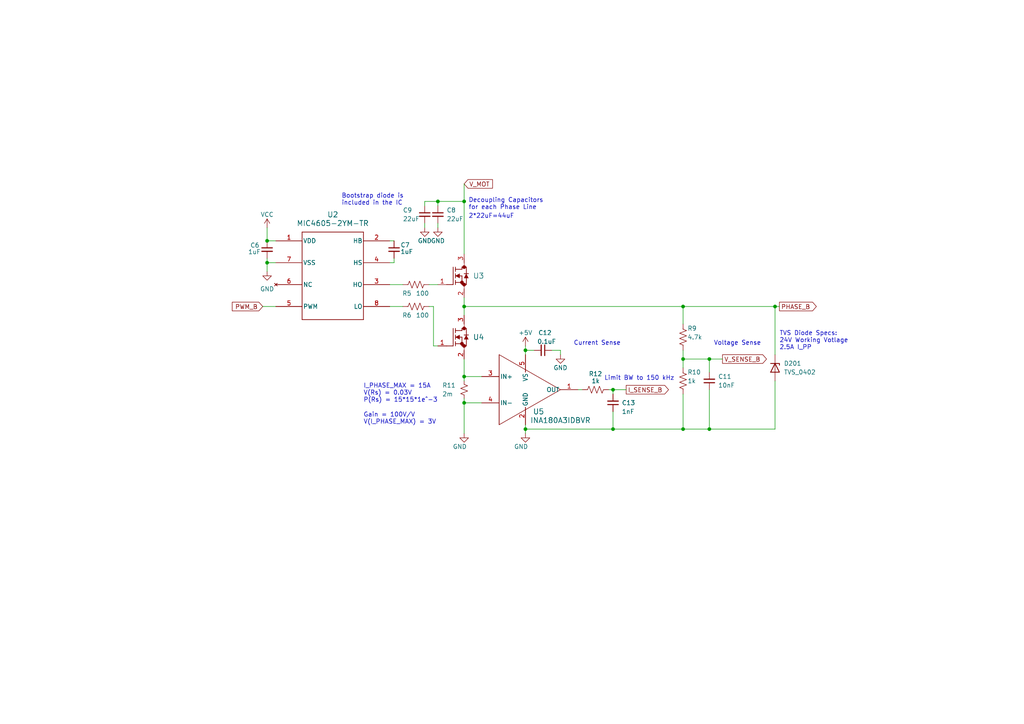
<source format=kicad_sch>
(kicad_sch (version 20230121) (generator eeschema)
  (paper "A4")
  (lib_symbols
    (symbol "Current_Sense_Amp:INA180A3IDBVR" (pin_names (offset 0.254))
      (property "Reference" "U5" (at 3.81 10.16 0))
      (property "Value" "INA180A3IDBVR" (at 10.16 7.62 0))
      (symbol "INA180A3IDBVR_0_1"
        (polyline (pts (xy -7.62 10.16) (xy -7.62 -10.16)) (stroke (width 0.2032)))
        (pin output line (at 15.24 0 180) (length 5.08) (name "OUT") (number "1"))
        (pin power_in line (at 0 -10.16 90) (length 5.08) (name "GND") (number "2"))
        (pin input line (at -12.7 3.81 0) (length 5.08) (name "IN+") (number "3"))
        (pin input line (at -12.7 -3.81 0) (length 5.08) (name "IN-") (number "4"))
        (pin power_in line (at 0 10.16 270) (length 5.08) (name "VS") (number "5"))
      )
      (symbol "INA180A3IDBVR_1_1"
        (polyline (pts (xy -7.62 -10.16) (xy 10.16 0)))
        (polyline (pts (xy -7.62 10.16) (xy 10.16 0)))
      )
    )
    (symbol "Device:C_Small" (pin_numbers hide) (pin_names (offset 0.254) hide)
      (property "Reference" "C" (at 0.254 1.778 0))
      (property "Value" "C_Small" (at 0.254 -2.032 0))
      (symbol "C_Small_0_1"
        (polyline (pts (xy -1.524 -0.508) (xy 1.524 -0.508)) (stroke (width 0.3302)))
        (polyline (pts (xy -1.524 0.508) (xy 1.524 0.508)) (stroke (width 0.3048)))
      )
      (symbol "C_Small_1_1"
        (pin passive line (at 0 2.54 270) (length 2.032) (name "~") (number "1"))
        (pin passive line (at 0 -2.54 90) (length 2.032) (name "~") (number "2"))
      )
    )
    (symbol "Device:D_Zener" (pin_numbers hide) (pin_names (offset 1.016) hide)
      (property "Reference" "D" (at 0 2.54 0))
      (property "Value" "D_Zener" (at 0 -2.54 0))
      (symbol "D_Zener_0_1"
        (polyline (pts (xy 1.27 0) (xy -1.27 0)))
        (polyline (pts (xy -1.27 -1.27) (xy -1.27 1.27) (xy -0.762 1.27)) (stroke (width 0.254)))
        (polyline (pts (xy 1.27 -1.27) (xy 1.27 1.27) (xy -1.27 0) (xy 1.27 -1.27)) (stroke (width 0.254)))
      )
      (symbol "D_Zener_1_1"
        (pin passive line (at -3.81 0 0) (length 2.54) (name "K") (number "1"))
        (pin passive line (at 3.81 0 180) (length 2.54) (name "A") (number "2"))
      )
    )
    (symbol "Device:R_Small_US" (pin_numbers hide) (pin_names (offset 0.254) hide)
      (property "Reference" "R" (at 0.762 0.508 0))
      (property "Value" "R_Small_US" (at 0.762 -1.016 0))
      (symbol "R_Small_US_1_1"
        (polyline (pts (xy 0 0) (xy 1.016 -0.381) (xy 0 -0.762) (xy -1.016 -1.143) (xy 0 -1.524)))
        (polyline (pts (xy 0 1.524) (xy 1.016 1.143) (xy 0 0.762) (xy -1.016 0.381) (xy 0 0)))
        (pin passive line (at 0 2.54 270) (length 1.016) (name "~") (number "1"))
        (pin passive line (at 0 -2.54 90) (length 1.016) (name "~") (number "2"))
      )
    )
    (symbol "Device:R_US" (pin_numbers hide) (pin_names (offset 0))
      (property "Reference" "R" (at 2.54 0 90))
      (property "Value" "R_US" (at -2.54 0 90))
      (symbol "R_US_0_1"
        (polyline (pts (xy 0 -2.286) (xy 0 -2.54)))
        (polyline (pts (xy 0 2.286) (xy 0 2.54)))
        (polyline (pts (xy 0 -0.762) (xy 1.016 -1.143) (xy 0 -1.524) (xy -1.016 -1.905) (xy 0 -2.286)))
        (polyline (pts (xy 0 0.762) (xy 1.016 0.381) (xy 0 0) (xy -1.016 -0.381) (xy 0 -0.762)))
        (polyline (pts (xy 0 2.286) (xy 1.016 1.905) (xy 0 1.524) (xy -1.016 1.143) (xy 0 0.762)))
      )
      (symbol "R_US_1_1"
        (pin passive line (at 0 3.81 270) (length 1.27) (name "~") (number "1"))
        (pin passive line (at 0 -3.81 90) (length 1.27) (name "~") (number "2"))
      )
    )
    (symbol "Half-Bridge Gate Driver:MIC4605-2YM-TR" (pin_names (offset 0.254))
      (property "Reference" "U2" (at 0 16.51 0))
      (property "Value" "MIC4605-2YM-TR" (at 0 13.97 0))
      (symbol "MIC4605-2YM-TR_0_1"
        (polyline (pts (xy -8.89 -13.97) (xy 8.89 -13.97)) (stroke (width 0.2032)))
        (polyline (pts (xy -8.89 11.43) (xy -8.89 -13.97)) (stroke (width 0.2032)))
        (polyline (pts (xy 8.89 -13.97) (xy 8.89 11.43)) (stroke (width 0.2032)))
        (polyline (pts (xy 8.89 11.43) (xy -8.89 11.43)) (stroke (width 0.2032)))
        (pin power_in line (at -16.51 8.89 0) (length 7.62) (name "VDD") (number "1"))
        (pin output line (at 16.51 -3.81 180) (length 7.62) (name "HO") (number "3"))
        (pin no_connect line (at -16.51 -3.81 0) (length 7.62) (name "NC") (number "6"))
        (pin power_in line (at -16.51 2.54 0) (length 7.62) (name "VSS") (number "7"))
        (pin output line (at 16.51 -10.16 180) (length 7.62) (name "LO") (number "8"))
      )
      (symbol "MIC4605-2YM-TR_1_1"
        (pin input line (at 16.51 8.89 180) (length 7.62) (name "HB") (number "2"))
        (pin output line (at 16.51 2.54 180) (length 7.62) (name "HS") (number "4"))
        (pin input line (at -16.51 -10.16 0) (length 7.62) (name "PWM") (number "5"))
      )
    )
    (symbol "N-Channel MOSFET:SISHA14DN-T1-GE3" (pin_names (offset 0.254))
      (property "Reference" "U" (at 11.43 5.08 0))
      (property "Value" "SISHA14DN-T1-GE3" (at 22.86 2.54 0))
      (symbol "SISHA14DN-T1-GE3_0_1"
        (polyline (pts (xy 2.54 0) (xy 4.445 0)) (stroke (width 0.2032)))
        (polyline (pts (xy 4.445 0) (xy 4.445 5.08)) (stroke (width 0.2032)))
        (polyline (pts (xy 5.08 0) (xy 5.08 1.27)) (stroke (width 0.2032)))
        (polyline (pts (xy 5.08 0.635) (xy 6.985 0.635)) (stroke (width 0.2032)))
        (polyline (pts (xy 5.08 1.905) (xy 5.08 3.175)) (stroke (width 0.2032)))
        (polyline (pts (xy 5.08 3.81) (xy 5.08 5.08)) (stroke (width 0.2032)))
        (polyline (pts (xy 5.08 4.445) (xy 6.985 4.445)) (stroke (width 0.2032)))
        (polyline (pts (xy 6.35 2.54) (xy 6.985 2.54)) (stroke (width 0.2032)))
        (polyline (pts (xy 6.985 0) (xy 6.985 2.54)) (stroke (width 0.2032)))
        (polyline (pts (xy 6.985 0) (xy 8.255 0)) (stroke (width 0.2032)))
        (polyline (pts (xy 6.985 4.445) (xy 6.985 5.08)) (stroke (width 0.2032)))
        (polyline (pts (xy 6.985 5.08) (xy 8.255 5.08)) (stroke (width 0.2032)))
        (polyline (pts (xy 7.62 -2.54) (xy 7.62 0)) (stroke (width 0.127)))
        (polyline (pts (xy 7.62 7.62) (xy 7.6454 5.08)) (stroke (width 0.127)))
        (polyline (pts (xy 8.255 0) (xy 8.255 1.905)) (stroke (width 0.2032)))
        (polyline (pts (xy 8.255 3.175) (xy 8.255 5.08)) (stroke (width 0.2032)))
        (polyline (pts (xy 8.89 3.175) (xy 7.62 3.175)) (stroke (width 0.2032)))
        (polyline (pts (xy 6.35 3.175) (xy 5.08 2.54) (xy 6.35 1.905)) (stroke (width 0.0254)) (fill (type outline)))
        (polyline (pts (xy 8.89 1.905) (xy 7.62 1.905) (xy 8.255 3.175)) (stroke (width 0.0254)) (fill (type outline)))
        (circle (center 6.985 0.635) (radius 0.0254) (stroke (width 0.508)))
        (circle (center 7.62 0) (radius 0.0254) (stroke (width 0.508)))
        (circle (center 7.62 5.08) (radius 0.0254) (stroke (width 0.508)))
      )
      (symbol "SISHA14DN-T1-GE3_1_1"
        (pin input line (at 0 0 0) (length 2.54) (name "") (number "1"))
        (pin power_out line (at 7.62 -3.81 90) (length 2.54) (name "") (number "2"))
        (pin power_in line (at 7.62 8.89 270) (length 2.54) (name "") (number "3"))
      )
    )
    (symbol "power:+5V" (power) (pin_names (offset 0))
      (property "Value" "+5V" (at 0 3.556 0))
      (symbol "+5V_0_1"
        (polyline (pts (xy -0.762 1.27) (xy 0 2.54)))
        (polyline (pts (xy 0 0) (xy 0 2.54)))
        (polyline (pts (xy 0 2.54) (xy 0.762 1.27)))
      )
      (symbol "+5V_1_1"
        (pin power_in line (at 0 0 90) (length 0) hide (name "+5V") (number "1"))
      )
    )
    (symbol "power:GND" (power) (pin_names (offset 0))
      (property "Value" "GND" (at 0 -3.81 0))
      (symbol "GND_0_1"
        (polyline (pts (xy 0 0) (xy 0 -1.27) (xy 1.27 -1.27) (xy 0 -2.54) (xy -1.27 -1.27) (xy 0 -1.27)))
      )
      (symbol "GND_1_1"
        (pin power_in line (at 0 0 270) (length 0) hide (name "GND") (number "1"))
      )
    )
    (symbol "power:VCC" (power) (pin_names (offset 0))
      (property "Value" "VCC" (at 0 3.81 0))
      (symbol "VCC_0_1"
        (polyline (pts (xy -0.762 1.27) (xy 0 2.54)))
        (polyline (pts (xy 0 0) (xy 0 2.54)))
        (polyline (pts (xy 0 2.54) (xy 0.762 1.27)))
      )
      (symbol "VCC_1_1"
        (pin power_in line (at 0 0 90) (length 0) hide (name "VCC") (number "1"))
      )
    )
  )
  (junction (at 152.4 101.6))
  (junction (at 177.8 113.03))
  (junction (at 198.12 104.14))
  (junction (at 134.62 88.9))
  (junction (at 134.62 58.42))
  (junction (at 134.62 109.22))
  (junction (at 205.74 104.14))
  (junction (at 224.79 88.9))
  (junction (at 198.12 124.46))
  (junction (at 198.12 88.9))
  (junction (at 77.47 69.85))
  (junction (at 134.62 116.84))
  (junction (at 127 58.42))
  (junction (at 152.4 124.46))
  (junction (at 177.8 124.46))
  (junction (at 77.47 76.2))
  (junction (at 205.74 124.46))
  (wire (pts (xy 77.47 74.93) (xy 77.47 76.2)))
  (wire (pts (xy 134.62 88.9) (xy 198.12 88.9)))
  (wire (pts (xy 134.62 116.84) (xy 139.7 116.84)))
  (wire (pts (xy 76.2 88.9) (xy 80.01 88.9)))
  (wire (pts (xy 198.12 114.3) (xy 198.12 124.46)))
  (wire (pts (xy 205.74 113.03) (xy 205.74 124.46)))
  (wire (pts (xy 134.62 53.34) (xy 134.62 58.42)))
  (wire (pts (xy 114.3 76.2) (xy 114.3 74.93)))
  (wire (pts (xy 134.62 115.57) (xy 134.62 116.84)))
  (wire (pts (xy 113.03 69.85) (xy 114.3 69.85)))
  (wire (pts (xy 123.19 58.42) (xy 127 58.42)))
  (wire (pts (xy 134.62 86.36) (xy 134.62 88.9)))
  (wire (pts (xy 152.4 102.87) (xy 152.4 101.6)))
  (wire (pts (xy 113.03 76.2) (xy 114.3 76.2)))
  (wire (pts (xy 134.62 104.14) (xy 134.62 109.22)))
  (wire (pts (xy 198.12 88.9) (xy 198.12 93.98)))
  (wire (pts (xy 134.62 58.42) (xy 134.62 73.66)))
  (wire (pts (xy 198.12 104.14) (xy 198.12 106.68)))
  (wire (pts (xy 177.8 113.03) (xy 181.61 113.03)))
  (wire (pts (xy 177.8 119.38) (xy 177.8 124.46)))
  (wire (pts (xy 176.53 113.03) (xy 177.8 113.03)))
  (wire (pts (xy 124.46 82.55) (xy 127 82.55)))
  (wire (pts (xy 123.19 64.77) (xy 123.19 66.04)))
  (wire (pts (xy 77.47 66.04) (xy 77.47 69.85)))
  (wire (pts (xy 134.62 109.22) (xy 134.62 110.49)))
  (wire (pts (xy 134.62 88.9) (xy 134.62 91.44)))
  (wire (pts (xy 77.47 76.2) (xy 77.47 78.74)))
  (wire (pts (xy 198.12 101.6) (xy 198.12 104.14)))
  (wire (pts (xy 205.74 104.14) (xy 209.55 104.14)))
  (wire (pts (xy 152.4 101.6) (xy 154.94 101.6)))
  (wire (pts (xy 160.02 101.6) (xy 162.56 101.6)))
  (wire (pts (xy 177.8 113.03) (xy 177.8 114.3)))
  (wire (pts (xy 152.4 124.46) (xy 177.8 124.46)))
  (wire (pts (xy 205.74 104.14) (xy 205.74 107.95)))
  (wire (pts (xy 224.79 110.49) (xy 224.79 124.46)))
  (wire (pts (xy 125.73 100.33) (xy 127 100.33)))
  (wire (pts (xy 198.12 88.9) (xy 224.79 88.9)))
  (wire (pts (xy 134.62 109.22) (xy 139.7 109.22)))
  (wire (pts (xy 113.03 88.9) (xy 116.84 88.9)))
  (wire (pts (xy 113.03 82.55) (xy 116.84 82.55)))
  (wire (pts (xy 198.12 104.14) (xy 205.74 104.14)))
  (wire (pts (xy 127 58.42) (xy 127 59.69)))
  (wire (pts (xy 167.64 113.03) (xy 168.91 113.03)))
  (wire (pts (xy 134.62 116.84) (xy 134.62 125.73)))
  (wire (pts (xy 177.8 124.46) (xy 198.12 124.46)))
  (wire (pts (xy 205.74 124.46) (xy 224.79 124.46)))
  (wire (pts (xy 152.4 100.33) (xy 152.4 101.6)))
  (wire (pts (xy 127 58.42) (xy 134.62 58.42)))
  (wire (pts (xy 162.56 102.87) (xy 162.56 101.6)))
  (wire (pts (xy 125.73 88.9) (xy 125.73 100.33)))
  (wire (pts (xy 77.47 69.85) (xy 80.01 69.85)))
  (wire (pts (xy 124.46 88.9) (xy 125.73 88.9)))
  (wire (pts (xy 198.12 124.46) (xy 205.74 124.46)))
  (wire (pts (xy 224.79 88.9) (xy 226.06 88.9)))
  (wire (pts (xy 123.19 58.42) (xy 123.19 59.69)))
  (wire (pts (xy 127 64.77) (xy 127 66.04)))
  (wire (pts (xy 152.4 124.46) (xy 152.4 125.73)))
  (wire (pts (xy 224.79 88.9) (xy 224.79 102.87)))
  (wire (pts (xy 152.4 123.19) (xy 152.4 124.46)))
  (wire (pts (xy 77.47 76.2) (xy 80.01 76.2)))
  (text "Decoupling Capacitors \nfor each Phase Line" (at 135.89 60.96 0) (effects (font (size 1.27 1.27)) (justify left bottom)))
  (text "TVS Diode Specs:\n24V Working Votlage\n2.5A I_PP" (at 226.06 101.6 0) (effects (font (size 1.27 1.27)) (justify left bottom)))
  (text "I_PHASE_MAX = 15A\nV(Rs) = 0.03V\nP(Rs) = 15*15*1e^-3" (at 105.41 116.84 0) (effects (font (size 1.27 1.27)) (justify left bottom)))
  (text "Bootstrap diode is\nincluded in the IC" (at 99.06 59.69 0) (effects (font (size 1.27 1.27)) (justify left bottom)))
  (text "Voltage Sense" (at 207.01 100.33 0) (effects (font (size 1.27 1.27)) (justify left bottom)))
  (text "Gain = 100V/V\nV(I_PHASE_MAX) = 3V" (at 105.41 123.19 0) (effects (font (size 1.27 1.27)) (justify left bottom)))
  (text "2*22uF=44uF" (at 135.89 63.5 0) (effects (font (size 1.27 1.27)) (justify left bottom)))
  (text "Limit BW to 150 kHz" (at 175.26 110.49 0) (effects (font (size 1.27 1.27)) (justify left bottom)))
  (text "Current Sense" (at 166.37 100.33 0) (effects (font (size 1.27 1.27)) (justify left bottom)))
  (global_label "V_MOT" (shape input) (at 134.62 53.34 0) (property "Intersheetrefs" "${INTERSHEET_REFS}" (effects hide)))
  (global_label "V_SENSE_B" (shape output) (at 209.55 104.14 0) (property "Intersheetrefs" "${INTERSHEET_REFS}" (effects hide)))
  (global_label "PWM_B" (shape input) (at 76.2 88.9 180) (property "Intersheetrefs" "${INTERSHEET_REFS}" (effects hide)))
  (global_label "PHASE_B" (shape output) (at 226.06 88.9 0) (property "Intersheetrefs" "${INTERSHEET_REFS}" (effects hide)))
  (global_label "I_SENSE_B" (shape output) (at 181.61 113.03 0) (property "Intersheetrefs" "${INTERSHEET_REFS}" (effects hide)))
  (symbol (lib_id "Device:C_Small") (at 127 62.23 0) (unit 1)
    (property "Reference" "C8" (at 129.54 60.96 0) (effects (justify left)))
    (property "Value" "22uF" (at 129.54 63.5 0) (effects (justify left)))
    (property "Footprint" "Capacitor_SMD:C_1210_3225Metric" (effects hide))
    (instances (project "chunkycopter" (path "" (reference "C8") (unit 1)) (path "" (reference "C304") (unit 1))))
  )
  (symbol (lib_id "N-Channel MOSFET:SISHA14DN-T1-GE3") (at 127 82.55 0) (unit 1)
    (property "Reference" "U3" (at 137.16 80.01 0) (effects (font (size 1.524 1.524)) (justify left)))
    (property "Value" "SISHA14DN-T1-GE3" (effects hide))
    (property "Footprint" "MOSFET_3DN-T1-GE3_VIS" (effects hide))
    (property "Datasheet" "SISHA14DN-T1-GE3" (effects hide))
    (instances (project "chunkycopter" (path "" (reference "U3") (unit 1)) (path "" (reference "U202") (unit 1)) (path "" (reference "U302") (unit 1))))
  )
  (symbol (lib_id "Device:R_US") (at 198.12 97.79 0) (unit 1)
    (property "Reference" "R9" (at 199.39 95.25 0) (effects (justify left)))
    (property "Value" "4.7k" (at 199.39 97.79 0) (effects (justify left)))
    (property "Footprint" "Resistor_SMD:R_0603_1608Metric" (effects hide))
    (instances (project "chunkycopter" (path "" (reference "R9") (unit 1)) (path "" (reference "R305") (unit 1))))
  )
  (symbol (lib_id "Device:C_Small") (at 77.47 72.39 0) (unit 1)
    (property "Reference" "C6" (at 72.5784 71.1427 0) (effects (justify left)))
    (property "Value" "1uF" (at 71.9418 73.0525 0) (effects (justify left)))
    (property "Footprint" "Capacitor_SMD:C_0805_2012Metric" (effects hide))
    (instances (project "chunkycopter" (path "" (reference "C6") (unit 1)) (path "" (reference "C301") (unit 1))))
  )
  (symbol (lib_id "power:GND") (at 77.47 78.74 0) (unit 1)
    (property "Reference" "#PWR09" (effects hide))
    (property "Value" "GND" (at 77.47 83.82 0))
    (instances (project "chunkycopter" (path "" (reference "#PWR09") (unit 1)) (path "" (reference "#PWR0302") (unit 1))))
  )
  (symbol (lib_id "power:GND") (at 127 66.04 0) (unit 1)
    (property "Reference" "#PWR012" (effects hide))
    (property "Value" "GND" (at 127 69.85 0))
    (instances (project "chunkycopter" (path "" (reference "#PWR012") (unit 1)) (path "" (reference "#PWR0304") (unit 1))))
  )
  (symbol (lib_id "N-Channel MOSFET:SISHA14DN-T1-GE3") (at 127 100.33 0) (unit 1)
    (property "Reference" "U4" (at 137.16 97.79 0) (effects (font (size 1.524 1.524)) (justify left)))
    (property "Value" "SISHA14DN-T1-GE3" (effects hide))
    (property "Footprint" "MOSFET_3DN-T1-GE3_VIS" (effects hide))
    (property "Datasheet" "SISHA14DN-T1-GE3" (effects hide))
    (instances (project "chunkycopter" (path "" (reference "U4") (unit 1)) (path "" (reference "U203") (unit 1)) (path "" (reference "U303") (unit 1))))
  )
  (symbol (lib_id "Device:R_US") (at 172.72 113.03 90) (unit 1)
    (property "Reference" "R12" (at 174.6705 108.4355 90) (effects (justify left)))
    (property "Value" "1k" (at 173.99 110.49 90) (effects (justify left)))
    (property "Footprint" "Resistor_SMD:R_0603_1608Metric" (effects hide))
    (instances (project "chunkycopter" (path "" (reference "R12") (unit 1)) (path "" (reference "R304") (unit 1))))
  )
  (symbol (lib_id "power:+5V") (at 152.4 100.33 0) (unit 1)
    (property "Reference" "#PWR016" (effects hide))
    (property "Value" "+5V" (at 152.4 96.52 0))
    (instances (project "chunkycopter" (path "" (reference "#PWR016") (unit 1)) (path "" (reference "#PWR0306") (unit 1))))
  )
  (symbol (lib_id "Device:C_Small") (at 157.48 101.6 270) (unit 1)
    (property "Reference" "C12" (at 160.02 96.52 90) (effects (justify right)))
    (property "Value" "0.1uF" (at 161.29 99.06 90) (effects (justify right)))
    (property "Footprint" "Capacitor_SMD:C_0603_1608Metric" (effects hide))
    (instances (project "chunkycopter" (path "" (reference "C12") (unit 1)) (path "" (reference "C305") (unit 1))))
  )
  (symbol (lib_id "Device:C_Small") (at 205.74 110.49 180) (unit 1)
    (property "Reference" "C11" (at 208.28 109.22 0) (effects (justify right)))
    (property "Value" "10nF" (at 208.28 111.76 0) (effects (justify right)))
    (property "Footprint" "Capacitor_SMD:C_0603_1608Metric" (effects hide))
    (instances (project "chunkycopter" (path "" (reference "C11") (unit 1)) (path "" (reference "C307") (unit 1))))
  )
  (symbol (lib_id "Device:R_US") (at 198.12 110.49 0) (unit 1)
    (property "Reference" "R10" (at 199.39 107.95 0) (effects (justify left)))
    (property "Value" "1k" (at 199.39 110.49 0) (effects (justify left)))
    (property "Footprint" "Resistor_SMD:R_0603_1608Metric" (effects hide))
    (instances (project "chunkycopter" (path "" (reference "R10") (unit 1)) (path "" (reference "R306") (unit 1))))
  )
  (symbol (lib_id "Half-Bridge Gate Driver:MIC4605-2YM-TR") (at 96.52 78.74 0) (unit 1)
    (property "Reference" "U2" (at 96.52 62.23 0) (effects (font (size 1.524 1.524))))
    (property "Value" "MIC4605-2YM-TR" (at 96.52 64.77 0) (effects (font (size 1.524 1.524))))
    (property "Footprint" "SOIC-8_M_MCH" (effects hide))
    (property "Datasheet" "MIC4605-2YM-TR" (effects hide))
    (instances (project "chunkycopter" (path "" (reference "U2") (unit 1)) (path "" (reference "U301") (unit 1))))
  )
  (symbol (lib_id "Device:D_Zener") (at 224.79 106.68 270) (unit 1)
    (property "Reference" "D201" (at 227.33 105.41 90) (effects (justify left)))
    (property "Value" "TVS_0402" (at 227.33 107.95 90) (effects (justify left)))
    (property "Footprint" "Diode_SMD:D_01005_0402Metric" (effects hide))
    (instances (project "chunkycopter" (path "" (reference "D201") (unit 1)) (path "" (reference "D301") (unit 1))))
  )
  (symbol (lib_id "Device:C_Small") (at 177.8 116.84 180) (unit 1)
    (property "Reference" "C13" (at 180.34 116.84 0) (effects (justify right)))
    (property "Value" "1nF" (at 180.34 119.38 0) (effects (justify right)))
    (property "Footprint" "Capacitor_SMD:C_0603_1608Metric" (effects hide))
    (instances (project "chunkycopter" (path "" (reference "C13") (unit 1)) (path "" (reference "C306") (unit 1))))
  )
  (symbol (lib_id "power:GND") (at 152.4 125.73 0) (unit 1)
    (property "Reference" "#PWR013" (effects hide))
    (property "Value" "GND" (at 151.13 129.54 0))
    (instances (project "chunkycopter" (path "" (reference "#PWR013") (unit 1)) (path "" (reference "#PWR0307") (unit 1))))
  )
  (symbol (lib_id "Device:R_US") (at 120.65 88.9 90) (unit 1)
    (property "Reference" "R6" (at 119.38 91.44 90) (effects (justify left)))
    (property "Value" "100" (at 124.46 91.44 90) (effects (justify left)))
    (property "Footprint" "Resistor_SMD:R_0603_1608Metric" (effects hide))
    (instances (project "chunkycopter" (path "" (reference "R6") (unit 1)) (path "" (reference "R302") (unit 1))))
  )
  (symbol (lib_id "Device:C_Small") (at 114.3 72.39 0) (unit 1)
    (property "Reference" "C7" (at 116.1642 71.0599 0) (effects (justify left)))
    (property "Value" "1uF" (at 116.13 73.0038 0) (effects (justify left)))
    (property "Footprint" "Capacitor_SMD:C_0805_2012Metric" (effects hide))
    (instances (project "chunkycopter" (path "" (reference "C7") (unit 1)) (path "" (reference "C302") (unit 1))))
  )
  (symbol (lib_id "Device:C_Small") (at 123.19 62.23 0) (unit 1)
    (property "Reference" "C9" (at 116.84 60.96 0) (effects (justify left)))
    (property "Value" "22uF" (at 116.84 63.5 0) (effects (justify left)))
    (property "Footprint" "Capacitor_SMD:C_1210_3225Metric" (effects hide))
    (instances (project "chunkycopter" (path "" (reference "C9") (unit 1)) (path "" (reference "C303") (unit 1))))
  )
  (symbol (lib_id "Current_Sense_Amp:INA180A3IDBVR") (at 152.4 113.03 0) (unit 1)
    (property "Reference" "U5" (at 156.21 119.38 0) (effects (font (size 1.524 1.524))))
    (property "Value" "INA180A3IDBVR" (at 162.56 121.92 0) (effects (font (size 1.524 1.524))))
    (property "Footprint" "DBV0005A_N" (effects hide))
    (property "Datasheet" "INA180A3IDBVR" (effects hide))
    (instances (project "chunkycopter" (path "" (reference "U5") (unit 1)) (path "" (reference "U304") (unit 1))))
  )
  (symbol (lib_id "power:GND") (at 134.62 125.73 0) (unit 1)
    (property "Reference" "#PWR014" (effects hide))
    (property "Value" "GND" (at 133.35 129.54 0))
    (instances (project "chunkycopter" (path "" (reference "#PWR014") (unit 1)) (path "" (reference "#PWR0305") (unit 1))))
  )
  (symbol (lib_id "power:GND") (at 123.19 66.04 0) (unit 1)
    (property "Reference" "#PWR015" (effects hide))
    (property "Value" "GND" (at 123.19 69.85 0))
    (instances (project "chunkycopter" (path "" (reference "#PWR015") (unit 1)) (path "" (reference "#PWR0303") (unit 1))))
  )
  (symbol (lib_id "power:VCC") (at 77.47 66.04 0) (unit 1)
    (property "Reference" "#PWR08" (effects hide))
    (property "Value" "VCC" (at 77.47 62.23 0))
    (instances (project "chunkycopter" (path "" (reference "#PWR08") (unit 1)) (path "" (reference "#PWR0301") (unit 1))))
  )
  (symbol (lib_id "Device:R_Small_US") (at 134.62 113.03 0) (unit 1)
    (property "Reference" "R11" (at 128.27 111.76 0) (effects (justify left)))
    (property "Value" "2m" (at 128.27 114.3 0) (effects (justify left)))
    (property "Footprint" "Resistor_SMD:R_2512_6332Metric" (effects hide))
    (instances (project "chunkycopter" (path "" (reference "R11") (unit 1)) (path "" (reference "R303") (unit 1))))
  )
  (symbol (lib_id "power:GND") (at 162.56 102.87 0) (unit 1)
    (property "Reference" "#PWR010" (effects hide))
    (property "Value" "GND" (at 162.56 106.68 0))
    (instances (project "chunkycopter" (path "" (reference "#PWR010") (unit 1)) (path "" (reference "#PWR0308") (unit 1))))
  )
  (symbol (lib_id "Device:R_US") (at 120.65 82.55 90) (unit 1)
    (property "Reference" "R5" (at 119.38 85.09 90) (effects (justify left)))
    (property "Value" "100" (at 124.46 85.09 90) (effects (justify left)))
    (property "Footprint" "Resistor_SMD:R_0603_1608Metric" (effects hide))
    (instances (project "chunkycopter" (path "" (reference "R5") (unit 1)) (path "" (reference "R301") (unit 1))))
  )
)
</source>
